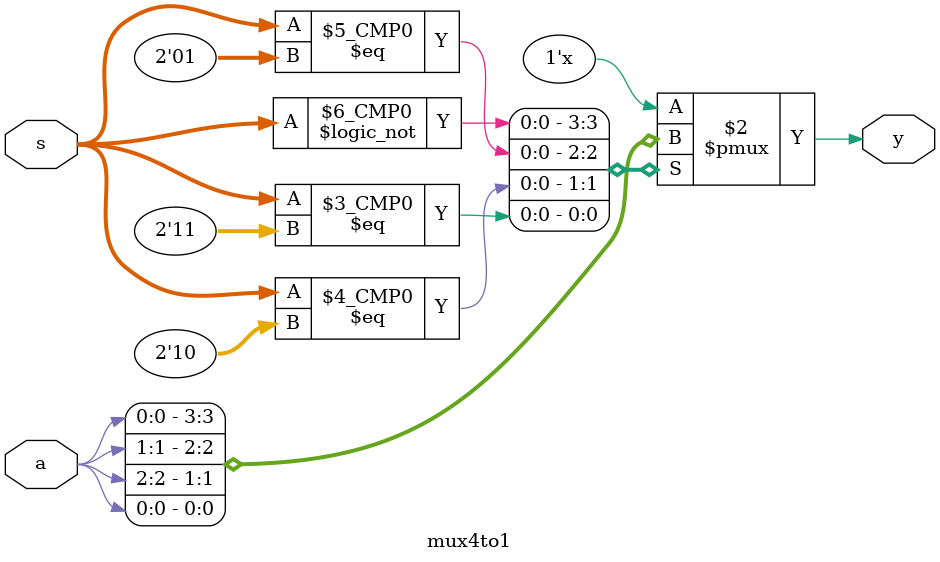
<source format=v>
`timescale 1ns / 1ps
module mux4to1(
   input [3:0] a,
   input [1:0] s,
   output reg y
    );
    always@(*) begin 
    case(s)
    2'b00: y = a[0];
    2'b01: y = a[1];
    2'b10: y = a[2];
    2'b11: y = a[0];
    endcase
    end
endmodule

</source>
